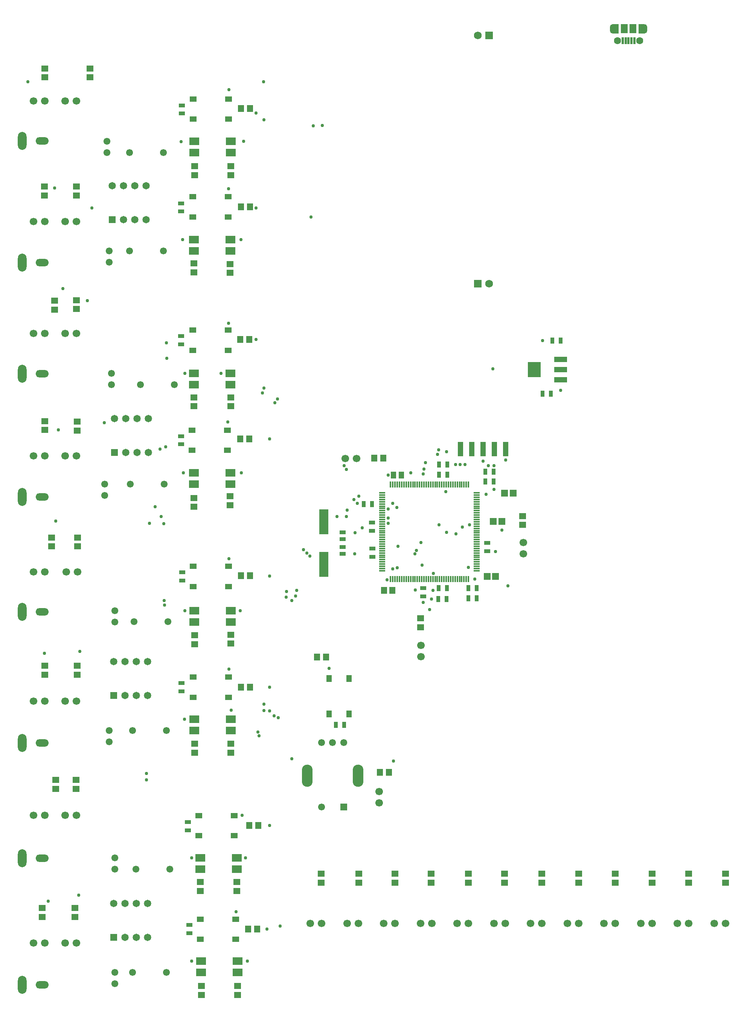
<source format=gts>
G04*
G04 #@! TF.GenerationSoftware,Altium Limited,Altium Designer,25.3.3 (18)*
G04*
G04 Layer_Color=8388736*
%FSLAX44Y44*%
%MOMM*%
G71*
G04*
G04 #@! TF.SameCoordinates,B03FB70F-F8BE-43E9-B780-EF2A816BF6E4*
G04*
G04*
G04 #@! TF.FilePolarity,Negative*
G04*
G01*
G75*
%ADD20R,0.3500X1.3500*%
%ADD21R,1.3500X0.3500*%
%ADD23R,1.2700X3.1800*%
%ADD24R,0.9500X1.4000*%
%ADD26R,1.3000X1.5500*%
%ADD27R,1.4000X0.9500*%
%ADD28R,1.5500X1.3000*%
%ADD32R,1.4549X1.5562*%
%ADD34R,2.1000X5.6000*%
%ADD35R,1.3500X0.9500*%
%ADD36R,2.2000X1.7000*%
%ADD37C,0.6500*%
%ADD38R,1.6500X2.0500*%
%ADD39R,0.5500X1.5000*%
%ADD40R,1.6000X1.3500*%
%ADD41R,1.3500X1.6000*%
%ADD42R,2.8500X1.1500*%
%ADD43R,2.8500X3.4500*%
%ADD44R,1.5500X1.6500*%
%ADD45R,1.1500X1.5000*%
G04:AMPARAMS|DCode=46|XSize=1.674mm|YSize=0.912mm|CornerRadius=0mm|HoleSize=0mm|Usage=FLASHONLY|Rotation=270.000|XOffset=0mm|YOffset=0mm|HoleType=Round|Shape=RoundedRectangle|*
%AMROUNDEDRECTD46*
21,1,1.6740,0.9120,0,0,270.0*
21,1,1.6740,0.9120,0,0,270.0*
1,1,0.0000,-0.4560,-0.8370*
1,1,0.0000,-0.4560,0.8370*
1,1,0.0000,0.4560,0.8370*
1,1,0.0000,0.4560,-0.8370*
%
%ADD46ROUNDEDRECTD46*%
%ADD47C,1.6000*%
%ADD48C,0.1500*%
%ADD49O,1.9500X4.0500*%
%ADD50O,2.9500X1.6500*%
%ADD51C,1.7000*%
%ADD52C,1.6500*%
%ADD53R,1.6500X1.6500*%
%ADD54C,1.5500*%
%ADD55R,1.7500X1.7500*%
%ADD56C,1.7500*%
%ADD57R,1.5500X1.5500*%
%ADD58C,1.5500*%
G04:AMPARAMS|DCode=59|XSize=2.4mm|YSize=5mm|CornerRadius=1.2mm|HoleSize=0mm|Usage=FLASHONLY|Rotation=180.000|XOffset=0mm|YOffset=0mm|HoleType=Round|Shape=RoundedRectangle|*
%AMROUNDEDRECTD59*
21,1,2.4000,2.6000,0,0,180.0*
21,1,0.0000,5.0000,0,0,180.0*
1,1,2.4000,0.0000,1.3000*
1,1,2.4000,0.0000,1.3000*
1,1,2.4000,0.0000,-1.3000*
1,1,2.4000,0.0000,-1.3000*
%
%ADD59ROUNDEDRECTD59*%
%ADD60C,0.7500*%
G36*
X1384838Y2291163D02*
X1384953Y2291136D01*
X1385061Y2291090D01*
X1385162Y2291029D01*
X1385252Y2290952D01*
X1385329Y2290862D01*
X1385390Y2290762D01*
X1385435Y2290652D01*
X1385463Y2290538D01*
X1385472Y2290420D01*
Y2271420D01*
X1385463Y2271302D01*
X1385435Y2271187D01*
X1385390Y2271078D01*
X1385329Y2270978D01*
X1385252Y2270888D01*
X1385162Y2270811D01*
X1385061Y2270750D01*
X1384953Y2270704D01*
X1384838Y2270677D01*
X1384720Y2270668D01*
X1371720D01*
X1371602Y2270677D01*
X1371487Y2270704D01*
X1371378Y2270750D01*
X1371278Y2270811D01*
X1371188Y2270888D01*
X1371111Y2270978D01*
X1371050Y2271078D01*
X1371004Y2271187D01*
X1370977Y2271302D01*
X1370968Y2271420D01*
Y2275667D01*
X1366720D01*
X1366602Y2275677D01*
X1366488Y2275704D01*
X1366379Y2275749D01*
X1366278Y2275811D01*
X1366201Y2275876D01*
X1366188Y2275888D01*
Y2275888D01*
X1366188D01*
X1366177Y2275901D01*
X1366112Y2275977D01*
X1366050Y2276078D01*
X1366005Y2276187D01*
X1365977Y2276302D01*
X1365968Y2276420D01*
X1365968Y2285420D01*
D01*
Y2285420D01*
X1365977Y2285538D01*
X1366004Y2285652D01*
X1366050Y2285762D01*
X1366111Y2285862D01*
X1366177Y2285939D01*
X1366188Y2285952D01*
X1366188D01*
Y2285952D01*
X1366201Y2285963D01*
X1366278Y2286029D01*
X1366378Y2286090D01*
X1366487Y2286136D01*
X1366602Y2286163D01*
X1366720Y2286172D01*
D01*
X1366720D01*
X1370968D01*
Y2290420D01*
X1370977Y2290538D01*
X1371004Y2290652D01*
X1371050Y2290762D01*
X1371111Y2290862D01*
X1371188Y2290952D01*
X1371278Y2291029D01*
X1371378Y2291090D01*
X1371487Y2291136D01*
X1371602Y2291163D01*
X1371720Y2291172D01*
X1384720D01*
X1384838Y2291163D01*
D02*
G37*
G36*
X1443838D02*
X1443952Y2291136D01*
X1444062Y2291090D01*
X1444162Y2291029D01*
X1444252Y2290952D01*
X1444329Y2290862D01*
X1444390Y2290762D01*
X1444435Y2290652D01*
X1444463Y2290538D01*
X1444472Y2290420D01*
Y2286173D01*
X1448720D01*
X1448837Y2286163D01*
X1448952Y2286136D01*
X1449061Y2286091D01*
X1449162Y2286029D01*
X1449239Y2285963D01*
X1449252Y2285952D01*
Y2285952D01*
X1449252D01*
X1449263Y2285939D01*
X1449328Y2285862D01*
X1449390Y2285762D01*
X1449435Y2285653D01*
X1449463Y2285538D01*
X1449472Y2285420D01*
X1449472Y2276420D01*
D01*
Y2276420D01*
X1449463Y2276302D01*
X1449435Y2276187D01*
X1449390Y2276078D01*
X1449329Y2275978D01*
X1449263Y2275901D01*
X1449252Y2275888D01*
X1449252D01*
Y2275888D01*
X1449239Y2275877D01*
X1449162Y2275811D01*
X1449062Y2275750D01*
X1448952Y2275704D01*
X1448838Y2275677D01*
X1448720Y2275668D01*
D01*
X1448720D01*
X1444472D01*
Y2271420D01*
X1444463Y2271302D01*
X1444435Y2271187D01*
X1444390Y2271078D01*
X1444329Y2270978D01*
X1444252Y2270888D01*
X1444162Y2270811D01*
X1444062Y2270750D01*
X1443952Y2270704D01*
X1443838Y2270677D01*
X1443720Y2270668D01*
X1430720D01*
X1430602Y2270677D01*
X1430488Y2270704D01*
X1430378Y2270750D01*
X1430278Y2270811D01*
X1430188Y2270888D01*
X1430111Y2270978D01*
X1430050Y2271078D01*
X1430004Y2271187D01*
X1429977Y2271302D01*
X1429968Y2271420D01*
Y2290420D01*
X1429977Y2290538D01*
X1430004Y2290652D01*
X1430050Y2290762D01*
X1430111Y2290862D01*
X1430188Y2290952D01*
X1430278Y2291029D01*
X1430378Y2291090D01*
X1430488Y2291136D01*
X1430602Y2291163D01*
X1430720Y2291172D01*
X1443720D01*
X1443838Y2291163D01*
D02*
G37*
D20*
X872620Y1256870D02*
D03*
X877620D02*
D03*
X882620D02*
D03*
X887620D02*
D03*
X892620D02*
D03*
X897620D02*
D03*
X902620D02*
D03*
X907620D02*
D03*
X912620D02*
D03*
X917620D02*
D03*
X922620D02*
D03*
X927620D02*
D03*
X932620D02*
D03*
X937620D02*
D03*
X942620D02*
D03*
X947620D02*
D03*
X952620D02*
D03*
X957620D02*
D03*
X962620D02*
D03*
X967620D02*
D03*
X972620D02*
D03*
X977620D02*
D03*
X982620D02*
D03*
X987620D02*
D03*
X992620D02*
D03*
X997620D02*
D03*
X1002620D02*
D03*
X1007620D02*
D03*
X1012620D02*
D03*
X1017620D02*
D03*
X1022620D02*
D03*
X1027620D02*
D03*
X1032620D02*
D03*
X1037620D02*
D03*
X1042620D02*
D03*
X1047620D02*
D03*
Y1044370D02*
D03*
X1042620D02*
D03*
X1037620D02*
D03*
X1032620D02*
D03*
X1027620D02*
D03*
X1022620D02*
D03*
X1017620D02*
D03*
X1012620D02*
D03*
X1007620D02*
D03*
X1002620D02*
D03*
X997620D02*
D03*
X992620D02*
D03*
X987620D02*
D03*
X982620D02*
D03*
X977620D02*
D03*
X972620D02*
D03*
X967620D02*
D03*
X962620D02*
D03*
X957620D02*
D03*
X952620D02*
D03*
X947620D02*
D03*
X942620D02*
D03*
X937620D02*
D03*
X932620D02*
D03*
X927620D02*
D03*
X922620D02*
D03*
X917620D02*
D03*
X912620D02*
D03*
X907620D02*
D03*
X902620D02*
D03*
X897620D02*
D03*
X892620D02*
D03*
X887620D02*
D03*
X882620D02*
D03*
X877620D02*
D03*
X872620D02*
D03*
D21*
X1066370Y1238120D02*
D03*
Y1233120D02*
D03*
Y1228120D02*
D03*
Y1223120D02*
D03*
Y1218120D02*
D03*
Y1213120D02*
D03*
Y1208120D02*
D03*
Y1203120D02*
D03*
Y1198120D02*
D03*
Y1193120D02*
D03*
Y1188120D02*
D03*
Y1183120D02*
D03*
Y1178120D02*
D03*
Y1173120D02*
D03*
Y1168120D02*
D03*
Y1163120D02*
D03*
Y1158120D02*
D03*
Y1153120D02*
D03*
Y1148120D02*
D03*
Y1143120D02*
D03*
Y1138120D02*
D03*
Y1133120D02*
D03*
Y1128120D02*
D03*
Y1123120D02*
D03*
Y1118120D02*
D03*
Y1113120D02*
D03*
Y1108120D02*
D03*
Y1103120D02*
D03*
Y1098120D02*
D03*
Y1093120D02*
D03*
Y1088120D02*
D03*
Y1083120D02*
D03*
Y1078120D02*
D03*
Y1073120D02*
D03*
Y1068120D02*
D03*
Y1063120D02*
D03*
X853870D02*
D03*
Y1068120D02*
D03*
Y1073120D02*
D03*
Y1078120D02*
D03*
Y1083120D02*
D03*
Y1088120D02*
D03*
Y1093120D02*
D03*
Y1098120D02*
D03*
Y1103120D02*
D03*
Y1108120D02*
D03*
Y1113120D02*
D03*
Y1118120D02*
D03*
Y1123120D02*
D03*
Y1128120D02*
D03*
Y1133120D02*
D03*
Y1138120D02*
D03*
Y1143120D02*
D03*
Y1148120D02*
D03*
Y1153120D02*
D03*
Y1158120D02*
D03*
Y1163120D02*
D03*
Y1168120D02*
D03*
Y1173120D02*
D03*
Y1178120D02*
D03*
Y1183120D02*
D03*
Y1188120D02*
D03*
Y1193120D02*
D03*
Y1198120D02*
D03*
Y1203120D02*
D03*
Y1208120D02*
D03*
Y1213120D02*
D03*
Y1218120D02*
D03*
Y1223120D02*
D03*
Y1228120D02*
D03*
Y1233120D02*
D03*
Y1238120D02*
D03*
D23*
X1131570Y1336040D02*
D03*
X1106170D02*
D03*
X1080770D02*
D03*
X1055370D02*
D03*
X1029970D02*
D03*
D24*
X981604Y1301750D02*
D03*
X1000104D02*
D03*
X981604Y1278890D02*
D03*
X1000104D02*
D03*
X1214670Y1460500D02*
D03*
X1233170D02*
D03*
X1236620Y1579880D02*
D03*
X1255120D02*
D03*
X812440Y1212850D02*
D03*
X830940D02*
D03*
X1065890Y1000760D02*
D03*
X1047390D02*
D03*
X980080Y999490D02*
D03*
X998580D02*
D03*
X1065890Y1023620D02*
D03*
X1047390D02*
D03*
X1104244Y1263650D02*
D03*
X1085744D02*
D03*
X1104244Y1285240D02*
D03*
X1085744D02*
D03*
X980440Y1023620D02*
D03*
X998940D02*
D03*
X749850Y716280D02*
D03*
X768350D02*
D03*
D26*
X734420Y741300D02*
D03*
Y820800D02*
D03*
X779420Y741300D02*
D03*
Y820800D02*
D03*
D27*
X420370Y248720D02*
D03*
Y267220D02*
D03*
X403080Y2108920D02*
D03*
Y2090420D02*
D03*
X416560Y498000D02*
D03*
Y479500D02*
D03*
X403860Y1041040D02*
D03*
Y1059540D02*
D03*
X401320Y1888850D02*
D03*
Y1870350D02*
D03*
Y1365610D02*
D03*
Y1347110D02*
D03*
X1089660Y1107080D02*
D03*
Y1125580D02*
D03*
X946150Y1005480D02*
D03*
Y1023980D02*
D03*
X830580Y1171300D02*
D03*
Y1152800D02*
D03*
X831850Y1094380D02*
D03*
Y1112880D02*
D03*
X401320Y1590400D02*
D03*
Y1571900D02*
D03*
X402590Y810620D02*
D03*
Y792120D02*
D03*
D28*
X524510Y235110D02*
D03*
X445010D02*
D03*
X524510Y280110D02*
D03*
X445010D02*
D03*
X428880Y2123080D02*
D03*
X508380D02*
D03*
X428880Y2078080D02*
D03*
X508380D02*
D03*
X521080Y467880D02*
D03*
X441580D02*
D03*
X521080Y512880D02*
D03*
X441580D02*
D03*
X508380Y778870D02*
D03*
X428880D02*
D03*
X508380Y823870D02*
D03*
X428880D02*
D03*
X508380Y1027790D02*
D03*
X428880D02*
D03*
X508380Y1072790D02*
D03*
X428880D02*
D03*
X427610Y1903370D02*
D03*
X507110D02*
D03*
X427610Y1858370D02*
D03*
X507110D02*
D03*
X427610Y1603650D02*
D03*
X507110D02*
D03*
X427610Y1558650D02*
D03*
X507110D02*
D03*
X426340Y1378860D02*
D03*
X505840D02*
D03*
X426340Y1333860D02*
D03*
X505840D02*
D03*
D32*
X858154Y1018540D02*
D03*
X876666D02*
D03*
D34*
X722630Y1172720D02*
D03*
Y1077720D02*
D03*
D35*
X764540Y1101330D02*
D03*
Y1116330D02*
D03*
Y1149110D02*
D03*
Y1134110D02*
D03*
D36*
X528680Y160180D02*
D03*
Y185580D02*
D03*
X446680D02*
D03*
Y160180D02*
D03*
X513440Y947420D02*
D03*
Y972820D02*
D03*
X431440D02*
D03*
Y947420D02*
D03*
X513440Y703580D02*
D03*
Y728980D02*
D03*
X431440D02*
D03*
Y703580D02*
D03*
Y2002790D02*
D03*
Y2028190D02*
D03*
X513440D02*
D03*
Y2002790D02*
D03*
X430170Y1781810D02*
D03*
Y1807210D02*
D03*
X512170D02*
D03*
Y1781810D02*
D03*
X430530Y1480820D02*
D03*
Y1506220D02*
D03*
X512530D02*
D03*
Y1480820D02*
D03*
X430170Y1257300D02*
D03*
Y1282700D02*
D03*
X512170D02*
D03*
Y1257300D02*
D03*
X444500Y392590D02*
D03*
Y417990D02*
D03*
X526500D02*
D03*
Y392590D02*
D03*
D37*
X1374220Y2276420D02*
G03*
X1374220Y2276420I-2500J0D01*
G01*
Y2285420D02*
G03*
X1374220Y2285420I-2500J0D01*
G01*
X1446220Y2276420D02*
G03*
X1446220Y2276420I-2500J0D01*
G01*
Y2285420D02*
G03*
X1446220Y2285420I-2500J0D01*
G01*
D38*
X1397720Y2280920D02*
D03*
X1417720D02*
D03*
D39*
X1394720Y2253920D02*
D03*
X1401220D02*
D03*
X1407720D02*
D03*
X1414220D02*
D03*
X1420720D02*
D03*
D40*
X93980Y1906270D02*
D03*
Y1926270D02*
D03*
X166370Y1906270D02*
D03*
Y1926270D02*
D03*
X95250Y2171700D02*
D03*
Y2191700D02*
D03*
X716280Y382110D02*
D03*
Y362110D02*
D03*
X801370Y382110D02*
D03*
Y362110D02*
D03*
X882650Y382110D02*
D03*
Y362110D02*
D03*
X963930Y382110D02*
D03*
Y362110D02*
D03*
X1047750Y382110D02*
D03*
Y362110D02*
D03*
X1129030Y382110D02*
D03*
Y362110D02*
D03*
X1212850Y361950D02*
D03*
Y381950D02*
D03*
X1295400Y361950D02*
D03*
Y381950D02*
D03*
X1377950Y361950D02*
D03*
Y381950D02*
D03*
X1460500Y362110D02*
D03*
Y382110D02*
D03*
X1543050Y362110D02*
D03*
Y382110D02*
D03*
X1625600Y362110D02*
D03*
Y382110D02*
D03*
X1169670Y1166020D02*
D03*
Y1186020D02*
D03*
X939800Y936150D02*
D03*
Y956150D02*
D03*
X447040Y129540D02*
D03*
Y109540D02*
D03*
X528320Y109700D02*
D03*
Y129700D02*
D03*
X162560Y284800D02*
D03*
Y304800D02*
D03*
X88900D02*
D03*
Y284800D02*
D03*
X110490Y1117760D02*
D03*
Y1137760D02*
D03*
X168910Y1117600D02*
D03*
Y1137600D02*
D03*
X513080Y919320D02*
D03*
Y899320D02*
D03*
X431800Y897890D02*
D03*
Y917890D02*
D03*
X119380Y592930D02*
D03*
Y572930D02*
D03*
X165100Y593090D02*
D03*
Y573090D02*
D03*
X167640Y829470D02*
D03*
Y849470D02*
D03*
X431800Y654210D02*
D03*
Y674210D02*
D03*
X513080Y654210D02*
D03*
Y674210D02*
D03*
X95250Y829310D02*
D03*
Y849310D02*
D03*
X431800Y1972150D02*
D03*
Y1952150D02*
D03*
X430530Y1733710D02*
D03*
Y1432720D02*
D03*
Y1206660D02*
D03*
X444500Y343220D02*
D03*
X511810Y1210470D02*
D03*
Y1230470D02*
D03*
X196850Y2191700D02*
D03*
Y2171700D02*
D03*
X166370Y1671000D02*
D03*
Y1651000D02*
D03*
X116840Y1670050D02*
D03*
Y1650050D02*
D03*
X167640Y1398110D02*
D03*
Y1378110D02*
D03*
X95250Y1399380D02*
D03*
Y1379380D02*
D03*
X430530Y1753710D02*
D03*
Y1452720D02*
D03*
Y1226660D02*
D03*
X444500Y363220D02*
D03*
X513080Y1972150D02*
D03*
Y1952150D02*
D03*
X511810Y1752440D02*
D03*
Y1732440D02*
D03*
X513080Y1452720D02*
D03*
Y1432720D02*
D03*
X527050Y363220D02*
D03*
Y343220D02*
D03*
D41*
X835820Y1315720D02*
D03*
X855820D02*
D03*
X575150Y490380D02*
D03*
X555150D02*
D03*
X707390Y868680D02*
D03*
X727390D02*
D03*
X552610Y257970D02*
D03*
X572610D02*
D03*
X556100Y1880870D02*
D03*
X536100D02*
D03*
X556100Y2101850D02*
D03*
X536100D02*
D03*
Y801370D02*
D03*
X556100D02*
D03*
X536100Y1051560D02*
D03*
X556100D02*
D03*
X554670Y1582420D02*
D03*
X534670D02*
D03*
X554830Y1358900D02*
D03*
X534830D02*
D03*
X848520Y609600D02*
D03*
X868520D02*
D03*
D42*
X1255050Y1492110D02*
D03*
Y1515110D02*
D03*
Y1538110D02*
D03*
D43*
X1196050Y1515110D02*
D03*
D44*
X1148080Y1236980D02*
D03*
X1129080D02*
D03*
X1108710Y1050290D02*
D03*
X1089710D02*
D03*
X1103680Y1173480D02*
D03*
X1122680D02*
D03*
D45*
X896730Y1277620D02*
D03*
X878730D02*
D03*
D46*
X1442720Y2280920D02*
D03*
X1372720D02*
D03*
D47*
X1432720Y2253920D02*
D03*
X1382720D02*
D03*
D48*
X1550500Y2200000D02*
D03*
Y100000D02*
D03*
X150000Y2200000D02*
D03*
Y100000D02*
D03*
D49*
X44000Y1755648D02*
D03*
Y2028698D02*
D03*
Y1505458D02*
D03*
Y1228598D02*
D03*
Y416560D02*
D03*
Y970280D02*
D03*
Y675640D02*
D03*
Y132080D02*
D03*
D50*
X89000Y1755648D02*
D03*
Y2028698D02*
D03*
Y1505458D02*
D03*
Y1228598D02*
D03*
Y416560D02*
D03*
Y970280D02*
D03*
Y675640D02*
D03*
Y132080D02*
D03*
D51*
X795800Y1315360D02*
D03*
X770400D02*
D03*
X847090Y541020D02*
D03*
Y566420D02*
D03*
X692150Y270510D02*
D03*
X717550D02*
D03*
X774700D02*
D03*
X800100D02*
D03*
X857250D02*
D03*
X882650D02*
D03*
X939800D02*
D03*
X965200D02*
D03*
X1022350D02*
D03*
X1047750D02*
D03*
X1104900D02*
D03*
X1130300D02*
D03*
X1212850D02*
D03*
X1187450D02*
D03*
X1295400D02*
D03*
X1270000D02*
D03*
X1377950D02*
D03*
X1352550D02*
D03*
X1460500D02*
D03*
X1435100D02*
D03*
X1625600D02*
D03*
X1600200D02*
D03*
X1543050D02*
D03*
X1517650D02*
D03*
X1170940Y1126490D02*
D03*
Y1101090D02*
D03*
X941070Y895350D02*
D03*
Y869950D02*
D03*
X95250Y2118360D02*
D03*
X69850D02*
D03*
X166370Y1320800D02*
D03*
X140970D02*
D03*
X95250D02*
D03*
X69850D02*
D03*
Y226220D02*
D03*
X95250D02*
D03*
X166370D02*
D03*
X140970D02*
D03*
X168910Y1060450D02*
D03*
X143510D02*
D03*
X95250D02*
D03*
X69850D02*
D03*
X95250Y513240D02*
D03*
X69850D02*
D03*
X166370D02*
D03*
X140970D02*
D03*
X166370Y769620D02*
D03*
X140970D02*
D03*
X95250D02*
D03*
X69850D02*
D03*
X140970Y2118360D02*
D03*
X166370D02*
D03*
X140970Y1847850D02*
D03*
X166370D02*
D03*
X69850D02*
D03*
X95250D02*
D03*
X140970Y1596390D02*
D03*
X166370D02*
D03*
X69850D02*
D03*
X95250D02*
D03*
D52*
X326390Y315120D02*
D03*
X300990D02*
D03*
X275590D02*
D03*
X250190D02*
D03*
X326390Y238920D02*
D03*
X300990D02*
D03*
X275590D02*
D03*
X250190Y858520D02*
D03*
X326390D02*
D03*
X300990D02*
D03*
X275590D02*
D03*
X326390Y782320D02*
D03*
X300990D02*
D03*
X275590D02*
D03*
X246380Y1927860D02*
D03*
X251460Y1404620D02*
D03*
X327660D02*
D03*
X302260D02*
D03*
X276860D02*
D03*
X327660Y1328420D02*
D03*
X302260D02*
D03*
X276860D02*
D03*
X271780Y1851660D02*
D03*
X297180D02*
D03*
X322580D02*
D03*
X271780Y1927860D02*
D03*
X297180D02*
D03*
X322580D02*
D03*
D53*
X250190Y238920D02*
D03*
Y782320D02*
D03*
X251460Y1328420D02*
D03*
X246380Y1851660D02*
D03*
D54*
X285750Y2002790D02*
D03*
X361950D02*
D03*
X234950Y2028190D02*
D03*
Y2002790D02*
D03*
X252730Y134780D02*
D03*
Y160180D02*
D03*
X292100Y160020D02*
D03*
X368300D02*
D03*
X295910Y948690D02*
D03*
X372110D02*
D03*
X252730Y972820D02*
D03*
Y947420D02*
D03*
X240030Y678180D02*
D03*
Y703580D02*
D03*
X292100D02*
D03*
X368300D02*
D03*
X240030Y1781810D02*
D03*
Y1756410D02*
D03*
X361950Y1781810D02*
D03*
X285750D02*
D03*
X245110Y1480820D02*
D03*
Y1506220D02*
D03*
X229870Y1257300D02*
D03*
Y1231900D02*
D03*
X386080Y1480820D02*
D03*
X309880D02*
D03*
X363220Y1257300D02*
D03*
X287020D02*
D03*
X252730Y392590D02*
D03*
Y417990D02*
D03*
X375920Y392430D02*
D03*
X299720D02*
D03*
D55*
X1068578Y1708404D02*
D03*
X1093978Y2265680D02*
D03*
D56*
Y1708404D02*
D03*
X1068578Y2265680D02*
D03*
D57*
X767080Y532130D02*
D03*
D58*
X717080D02*
D03*
X767080Y677130D02*
D03*
X742080D02*
D03*
X717080D02*
D03*
D59*
X799080Y602130D02*
D03*
X685080D02*
D03*
D60*
X998220Y1149350D02*
D03*
X943610Y1075690D02*
D03*
X808990Y1159510D02*
D03*
X1050290Y1165860D02*
D03*
X1087120Y1234440D02*
D03*
X1104900Y1299210D02*
D03*
Y1245870D02*
D03*
X996950Y1240790D02*
D03*
X930910Y1108710D02*
D03*
X864870Y1042670D02*
D03*
X1047750Y1070610D02*
D03*
X1061720Y1043940D02*
D03*
X116840Y1922780D02*
D03*
X200660Y1878330D02*
D03*
X119380Y1174750D02*
D03*
X946150Y991870D02*
D03*
X964872Y999770D02*
D03*
X57150Y2161540D02*
D03*
X586740D02*
D03*
X791977Y1101467D02*
D03*
X792480Y1148080D02*
D03*
X797560Y1214120D02*
D03*
X867410Y1277620D02*
D03*
X1136650Y1028700D02*
D03*
X1108710Y1106170D02*
D03*
X1080770Y1309370D02*
D03*
X734060Y843280D02*
D03*
X1254799Y1468122D02*
D03*
X1033780Y1160780D02*
D03*
X425450Y185420D02*
D03*
X550117Y185966D02*
D03*
X525083Y296805D02*
D03*
X425450Y417830D02*
D03*
X546126Y417531D02*
D03*
X538480Y513080D02*
D03*
X342900Y1206500D02*
D03*
X600411Y1051220D02*
D03*
X509270Y1089660D02*
D03*
X410210Y972820D02*
D03*
X534670D02*
D03*
X509270Y842010D02*
D03*
X514350Y749300D02*
D03*
X408940Y728980D02*
D03*
X508000Y1619250D02*
D03*
X410210Y1506220D02*
D03*
X491490D02*
D03*
X506730Y1397000D02*
D03*
X537210Y1282700D02*
D03*
X406400D02*
D03*
X405130Y1807210D02*
D03*
X535940D02*
D03*
X508000Y1921510D02*
D03*
X401802Y2027740D02*
D03*
X541706Y2028225D02*
D03*
X509270Y2143760D02*
D03*
X1214120Y1579880D02*
D03*
X1019810Y1145540D02*
D03*
X659130Y1005840D02*
D03*
X362300Y1169156D02*
D03*
X330200Y1169670D02*
D03*
X638810Y1016000D02*
D03*
X356543Y1184734D02*
D03*
X661670Y1018540D02*
D03*
X650240Y995680D02*
D03*
X887730Y1069340D02*
D03*
X877590Y1066800D02*
D03*
X927100Y1101090D02*
D03*
X867410Y1201420D02*
D03*
X877570Y1214120D02*
D03*
X886460Y1205230D02*
D03*
X867410Y1181100D02*
D03*
X968873Y1056660D02*
D03*
X125730Y1379220D02*
D03*
X354330Y1336040D02*
D03*
X773430Y1290320D02*
D03*
X918210Y1282700D02*
D03*
X947420Y1291590D02*
D03*
X228600Y1395730D02*
D03*
X367030Y1341120D02*
D03*
X768350Y1299210D02*
D03*
X951230Y1305560D02*
D03*
X190500Y1670050D02*
D03*
X369570Y1540510D02*
D03*
X977900Y1324610D02*
D03*
X1018540Y1301750D02*
D03*
X1028700D02*
D03*
X135890Y1697040D02*
D03*
X368300Y1574800D02*
D03*
X980440Y1334770D02*
D03*
X998025Y1330421D02*
D03*
X867410Y1169670D02*
D03*
X690880Y1096010D02*
D03*
X684530Y1102360D02*
D03*
X773430Y1184910D02*
D03*
X637540Y1003300D02*
D03*
X774700Y1198880D02*
D03*
X751840Y1184910D02*
D03*
X676910Y1109980D02*
D03*
X364490Y985520D02*
D03*
X173990Y881380D02*
D03*
X93980Y877570D02*
D03*
X363550Y995840D02*
D03*
X612315Y1440180D02*
D03*
X889000Y1117600D02*
D03*
X618490Y1449070D02*
D03*
X588010Y1473200D02*
D03*
X584128Y1462299D02*
D03*
X1092200Y1299210D02*
D03*
X1131570Y1311910D02*
D03*
X600710Y748030D02*
D03*
X928370Y1019810D02*
D03*
X693420Y1858010D02*
D03*
X698500Y2062480D02*
D03*
X718820Y2063750D02*
D03*
X967740Y1018540D02*
D03*
X1102360Y1516380D02*
D03*
X588010Y2076450D02*
D03*
X960120Y975360D02*
D03*
X1040130Y1301750D02*
D03*
X946150Y1280160D02*
D03*
X878840Y635000D02*
D03*
X588010Y763270D02*
D03*
X323850Y607060D02*
D03*
X587854Y748775D02*
D03*
X323850Y593090D02*
D03*
X650240Y640080D02*
D03*
X102870Y320040D02*
D03*
X574035Y700302D02*
D03*
X610870Y736600D02*
D03*
X801370Y1230630D02*
D03*
X789940Y1223010D02*
D03*
X619760Y732790D02*
D03*
X576580Y692150D02*
D03*
X171450Y334010D02*
D03*
X623864Y264909D02*
D03*
X981710Y1165860D02*
D03*
X941070Y1126490D02*
D03*
X600710Y1358900D02*
D03*
Y801370D02*
D03*
Y490220D02*
D03*
X594360Y257810D02*
D03*
X570230Y1582420D02*
D03*
Y1878330D02*
D03*
Y2091690D02*
D03*
X1122680Y1154430D02*
D03*
M02*

</source>
